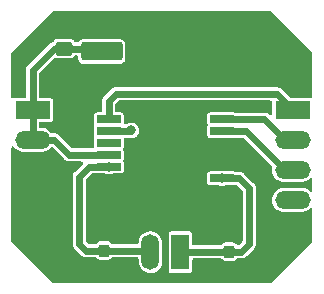
<source format=gtl>
G04 #@! TF.GenerationSoftware,KiCad,Pcbnew,6.0.2-378541a8eb~116~ubuntu20.04.1*
G04 #@! TF.CreationDate,2023-01-27T16:40:07+01:00*
G04 #@! TF.ProjectId,BUCKY_MOTOR_DRIVER,4255434b-595f-44d4-9f54-4f525f445249,rev?*
G04 #@! TF.SameCoordinates,Original*
G04 #@! TF.FileFunction,Copper,L1,Top*
G04 #@! TF.FilePolarity,Positive*
%FSLAX46Y46*%
G04 Gerber Fmt 4.6, Leading zero omitted, Abs format (unit mm)*
G04 Created by KiCad (PCBNEW 6.0.2-378541a8eb~116~ubuntu20.04.1) date 2023-01-27 16:40:07*
%MOMM*%
%LPD*%
G01*
G04 APERTURE LIST*
G04 Aperture macros list*
%AMRoundRect*
0 Rectangle with rounded corners*
0 $1 Rounding radius*
0 $2 $3 $4 $5 $6 $7 $8 $9 X,Y pos of 4 corners*
0 Add a 4 corners polygon primitive as box body*
4,1,4,$2,$3,$4,$5,$6,$7,$8,$9,$2,$3,0*
0 Add four circle primitives for the rounded corners*
1,1,$1+$1,$2,$3*
1,1,$1+$1,$4,$5*
1,1,$1+$1,$6,$7*
1,1,$1+$1,$8,$9*
0 Add four rect primitives between the rounded corners*
20,1,$1+$1,$2,$3,$4,$5,0*
20,1,$1+$1,$4,$5,$6,$7,0*
20,1,$1+$1,$6,$7,$8,$9,0*
20,1,$1+$1,$8,$9,$2,$3,0*%
G04 Aperture macros list end*
G04 #@! TA.AperFunction,SMDPad,CuDef*
%ADD10RoundRect,0.237500X0.237500X-0.300000X0.237500X0.300000X-0.237500X0.300000X-0.237500X-0.300000X0*%
G04 #@! TD*
G04 #@! TA.AperFunction,SMDPad,CuDef*
%ADD11RoundRect,0.250000X-1.500000X-0.550000X1.500000X-0.550000X1.500000X0.550000X-1.500000X0.550000X0*%
G04 #@! TD*
G04 #@! TA.AperFunction,ComponentPad*
%ADD12R,1.500000X3.000000*%
G04 #@! TD*
G04 #@! TA.AperFunction,ComponentPad*
%ADD13O,1.500000X3.000000*%
G04 #@! TD*
G04 #@! TA.AperFunction,SMDPad,CuDef*
%ADD14RoundRect,0.250000X-0.475000X0.337500X-0.475000X-0.337500X0.475000X-0.337500X0.475000X0.337500X0*%
G04 #@! TD*
G04 #@! TA.AperFunction,SMDPad,CuDef*
%ADD15R,2.000000X0.650000*%
G04 #@! TD*
G04 #@! TA.AperFunction,SMDPad,CuDef*
%ADD16R,4.500000X8.100000*%
G04 #@! TD*
G04 #@! TA.AperFunction,ComponentPad*
%ADD17R,3.000000X1.500000*%
G04 #@! TD*
G04 #@! TA.AperFunction,ComponentPad*
%ADD18O,3.000000X1.500000*%
G04 #@! TD*
G04 #@! TA.AperFunction,ViaPad*
%ADD19C,0.800000*%
G04 #@! TD*
G04 #@! TA.AperFunction,Conductor*
%ADD20C,0.610000*%
G04 #@! TD*
G04 APERTURE END LIST*
D10*
X138900000Y-67962500D03*
X138900000Y-66237500D03*
D11*
X128100000Y-51000000D03*
X133500000Y-51000000D03*
D12*
X134775000Y-68000000D03*
D13*
X132235000Y-68000000D03*
D14*
X124900000Y-50762500D03*
X124900000Y-52837500D03*
D10*
X128300000Y-67862500D03*
X128300000Y-66137500D03*
D15*
X128700000Y-56750000D03*
X128700000Y-57750000D03*
X128700000Y-58750000D03*
X128700000Y-59750000D03*
X128700000Y-60750000D03*
X128700000Y-61750000D03*
X138300000Y-61750000D03*
X138300000Y-60750000D03*
X138300000Y-59750000D03*
X138300000Y-58750000D03*
X138300000Y-57750000D03*
X138300000Y-56750000D03*
D16*
X133500000Y-59250000D03*
D17*
X144275000Y-55950000D03*
D18*
X144275000Y-58490000D03*
X144275000Y-61030000D03*
X144275000Y-63570000D03*
D17*
X122250000Y-55950000D03*
D18*
X122250000Y-58490000D03*
X122250000Y-61030000D03*
X122250000Y-63570000D03*
D19*
X142000000Y-48400000D03*
X145000000Y-51400000D03*
X145000000Y-66600000D03*
X141800000Y-69800000D03*
X124400000Y-69800000D03*
X121400000Y-67000000D03*
X121600000Y-50600000D03*
X124200000Y-48400000D03*
X123000000Y-49400000D03*
X143400000Y-49800000D03*
X143400000Y-68200000D03*
X123000000Y-68400000D03*
X130600000Y-57700000D03*
X128700000Y-60750000D03*
X128300000Y-67862500D03*
X133600000Y-64300000D03*
X128300000Y-64300000D03*
X138900000Y-64300000D03*
X138937500Y-67962500D03*
X138300000Y-61750000D03*
D20*
X130550000Y-57750000D02*
X128700000Y-57750000D01*
X130600000Y-57700000D02*
X130550000Y-57750000D01*
X122250000Y-58490000D02*
X124090000Y-58490000D01*
X124090000Y-58490000D02*
X125350000Y-59750000D01*
X127862500Y-50762500D02*
X128100000Y-51000000D01*
X124900000Y-50762500D02*
X127862500Y-50762500D01*
X122250000Y-55950000D02*
X122250000Y-52581250D01*
X124068750Y-50762500D02*
X124900000Y-50762500D01*
X125350000Y-59750000D02*
X128700000Y-59750000D01*
X122250000Y-58490000D02*
X122250000Y-55950000D01*
X122250000Y-52581250D02*
X124068750Y-50762500D01*
X128300000Y-67862500D02*
X132097500Y-67862500D01*
X126200000Y-61600000D02*
X126200000Y-67300000D01*
X126762500Y-67862500D02*
X128300000Y-67862500D01*
X128700000Y-60750000D02*
X127050000Y-60750000D01*
X127050000Y-60750000D02*
X126200000Y-61600000D01*
X126200000Y-67300000D02*
X126762500Y-67862500D01*
X132097500Y-67862500D02*
X132235000Y-68000000D01*
X134812500Y-67962500D02*
X134775000Y-68000000D01*
X139750000Y-61750000D02*
X140600000Y-62600000D01*
X140600000Y-62600000D02*
X140600000Y-67300000D01*
X138300000Y-61750000D02*
X139750000Y-61750000D01*
X140600000Y-67300000D02*
X139937500Y-67962500D01*
X138900000Y-67962500D02*
X134812500Y-67962500D01*
X138937500Y-67962500D02*
X138900000Y-67962500D01*
X139937500Y-67962500D02*
X138937500Y-67962500D01*
X142925000Y-54600000D02*
X129300000Y-54600000D01*
X128700000Y-55200000D02*
X128700000Y-56750000D01*
X129300000Y-54600000D02*
X128700000Y-55200000D01*
X144275000Y-55950000D02*
X142925000Y-54600000D01*
X143625000Y-61030000D02*
X140345000Y-57750000D01*
X144275000Y-61030000D02*
X143625000Y-61030000D01*
X140345000Y-57750000D02*
X138300000Y-57750000D01*
X143625000Y-58490000D02*
X141885000Y-56750000D01*
X144275000Y-58490000D02*
X143625000Y-58490000D01*
X141885000Y-56750000D02*
X138300000Y-56750000D01*
G04 #@! TA.AperFunction,Conductor*
G36*
X142462621Y-55179502D02*
G01*
X142509114Y-55233158D01*
X142520500Y-55285500D01*
X142520501Y-56290059D01*
X142500499Y-56358180D01*
X142446843Y-56404673D01*
X142376569Y-56414777D01*
X142311989Y-56385284D01*
X142305406Y-56379154D01*
X142291389Y-56365137D01*
X142287735Y-56361328D01*
X142266166Y-56337872D01*
X142244992Y-56314845D01*
X142207324Y-56291489D01*
X142197548Y-56284770D01*
X142169087Y-56263167D01*
X142169082Y-56263164D01*
X142162243Y-56257973D01*
X142154259Y-56254812D01*
X142154256Y-56254810D01*
X142147863Y-56252279D01*
X142127853Y-56242215D01*
X142122011Y-56238593D01*
X142122010Y-56238592D01*
X142114709Y-56234066D01*
X142087071Y-56226037D01*
X142072158Y-56221704D01*
X142060928Y-56217859D01*
X142027703Y-56204704D01*
X142027696Y-56204702D01*
X142019714Y-56201542D01*
X142011174Y-56200644D01*
X142011172Y-56200644D01*
X142004329Y-56199925D01*
X141982348Y-56195612D01*
X141973842Y-56193141D01*
X141973843Y-56193141D01*
X141967502Y-56191299D01*
X141960104Y-56190756D01*
X141958929Y-56190669D01*
X141958918Y-56190669D01*
X141956622Y-56190500D01*
X141921258Y-56190500D01*
X141908088Y-56189810D01*
X141875805Y-56186417D01*
X141867261Y-56185519D01*
X141858789Y-56186952D01*
X141858787Y-56186952D01*
X141848247Y-56188735D01*
X141827234Y-56190500D01*
X139430673Y-56190500D01*
X139399494Y-56184298D01*
X139399301Y-56185266D01*
X139331135Y-56171707D01*
X139325067Y-56170500D01*
X138300166Y-56170500D01*
X137274934Y-56170501D01*
X137239182Y-56177612D01*
X137212874Y-56182844D01*
X137212872Y-56182845D01*
X137200699Y-56185266D01*
X137190379Y-56192161D01*
X137190378Y-56192162D01*
X137171608Y-56204704D01*
X137116516Y-56241516D01*
X137109623Y-56251832D01*
X137067519Y-56314845D01*
X137060266Y-56325699D01*
X137045500Y-56399933D01*
X137045501Y-57100066D01*
X137060266Y-57174301D01*
X137067162Y-57184621D01*
X137071911Y-57196087D01*
X137069432Y-57197114D01*
X137085288Y-57247745D01*
X137069133Y-57302765D01*
X137071910Y-57303915D01*
X137067161Y-57315379D01*
X137060266Y-57325699D01*
X137045500Y-57399933D01*
X137045501Y-58100066D01*
X137052612Y-58135818D01*
X137054691Y-58146269D01*
X137060266Y-58174301D01*
X137067161Y-58184621D01*
X137067162Y-58184622D01*
X137106985Y-58244220D01*
X137116516Y-58258484D01*
X137200699Y-58314734D01*
X137274933Y-58329500D01*
X138299834Y-58329500D01*
X139325066Y-58329499D01*
X139399301Y-58314734D01*
X139399494Y-58315702D01*
X139430671Y-58309500D01*
X140061057Y-58309500D01*
X140129178Y-58329502D01*
X140150152Y-58346405D01*
X142507607Y-60703860D01*
X142541633Y-60766172D01*
X142540443Y-60824715D01*
X142527206Y-60875533D01*
X142516525Y-61079323D01*
X142547041Y-61281097D01*
X142617506Y-61472615D01*
X142725041Y-61646051D01*
X142865254Y-61794323D01*
X142870484Y-61797985D01*
X142870485Y-61797986D01*
X142962180Y-61862191D01*
X143032418Y-61911372D01*
X143219703Y-61992418D01*
X143419460Y-62034149D01*
X143424300Y-62034403D01*
X143424303Y-62034403D01*
X143424359Y-62034406D01*
X143426158Y-62034500D01*
X145075997Y-62034500D01*
X145124216Y-62029602D01*
X145221676Y-62019703D01*
X145221678Y-62019703D01*
X145228024Y-62019058D01*
X145422755Y-61958033D01*
X145601238Y-61859098D01*
X145738002Y-61741877D01*
X145802741Y-61712733D01*
X145872960Y-61723215D01*
X145926364Y-61769997D01*
X145946000Y-61837545D01*
X145946000Y-62765321D01*
X145925998Y-62833442D01*
X145872342Y-62879935D01*
X145802068Y-62890039D01*
X145737488Y-62860545D01*
X145728451Y-62851894D01*
X145689131Y-62810314D01*
X145684746Y-62805677D01*
X145627112Y-62765321D01*
X145522815Y-62692292D01*
X145522814Y-62692291D01*
X145517582Y-62688628D01*
X145330297Y-62607582D01*
X145130540Y-62565851D01*
X145125700Y-62565597D01*
X145125697Y-62565597D01*
X145125641Y-62565594D01*
X145123842Y-62565500D01*
X143474003Y-62565500D01*
X143425784Y-62570398D01*
X143328324Y-62580297D01*
X143328322Y-62580297D01*
X143321976Y-62580942D01*
X143127245Y-62641967D01*
X142948762Y-62740902D01*
X142793818Y-62873705D01*
X142668743Y-63034951D01*
X142665928Y-63040672D01*
X142581460Y-63212332D01*
X142581458Y-63212337D01*
X142578645Y-63218054D01*
X142527206Y-63415533D01*
X142516525Y-63619323D01*
X142547041Y-63821097D01*
X142617506Y-64012615D01*
X142725041Y-64186051D01*
X142865254Y-64334323D01*
X142870484Y-64337985D01*
X142870485Y-64337986D01*
X142962180Y-64402191D01*
X143032418Y-64451372D01*
X143219703Y-64532418D01*
X143419460Y-64574149D01*
X143424300Y-64574403D01*
X143424303Y-64574403D01*
X143424359Y-64574406D01*
X143426158Y-64574500D01*
X145075997Y-64574500D01*
X145124216Y-64569602D01*
X145221676Y-64559703D01*
X145221678Y-64559703D01*
X145228024Y-64559058D01*
X145422755Y-64498033D01*
X145601238Y-64399098D01*
X145738002Y-64281877D01*
X145802741Y-64252733D01*
X145872960Y-64263215D01*
X145926364Y-64309997D01*
X145946000Y-64377545D01*
X145946000Y-67042599D01*
X145925998Y-67110720D01*
X145909095Y-67131694D01*
X142431695Y-70609095D01*
X142369383Y-70643121D01*
X142342600Y-70646000D01*
X124057401Y-70646000D01*
X123989280Y-70625998D01*
X123968306Y-70609095D01*
X120490905Y-67131695D01*
X120456879Y-67069383D01*
X120454000Y-67042600D01*
X120454000Y-59151553D01*
X120474002Y-59083432D01*
X120527658Y-59036939D01*
X120597932Y-59026835D01*
X120662512Y-59056329D01*
X120687084Y-59085154D01*
X120700041Y-59106051D01*
X120840254Y-59254323D01*
X120845484Y-59257985D01*
X120845485Y-59257986D01*
X121002185Y-59367708D01*
X121007418Y-59371372D01*
X121194703Y-59452418D01*
X121394460Y-59494149D01*
X121399300Y-59494403D01*
X121399303Y-59494403D01*
X121399359Y-59494406D01*
X121401158Y-59494500D01*
X123050997Y-59494500D01*
X123099216Y-59489602D01*
X123196676Y-59479703D01*
X123196678Y-59479703D01*
X123203024Y-59479058D01*
X123397755Y-59418033D01*
X123576238Y-59319098D01*
X123731182Y-59186295D01*
X123736753Y-59179114D01*
X123758849Y-59150627D01*
X123816404Y-59109060D01*
X123887296Y-59105208D01*
X123947504Y-59138757D01*
X124943611Y-60134863D01*
X124947265Y-60138672D01*
X124990008Y-60185155D01*
X125027676Y-60208511D01*
X125037452Y-60215230D01*
X125065916Y-60236835D01*
X125065919Y-60236837D01*
X125072757Y-60242027D01*
X125080737Y-60245186D01*
X125080743Y-60245190D01*
X125087139Y-60247722D01*
X125107148Y-60257785D01*
X125120291Y-60265934D01*
X125162848Y-60278298D01*
X125174077Y-60282143D01*
X125207297Y-60295296D01*
X125207301Y-60295297D01*
X125215285Y-60298458D01*
X125223828Y-60299356D01*
X125223829Y-60299356D01*
X125226751Y-60299663D01*
X125230664Y-60300074D01*
X125252650Y-60304387D01*
X125267498Y-60308701D01*
X125274075Y-60309184D01*
X125276071Y-60309331D01*
X125276082Y-60309331D01*
X125278378Y-60309500D01*
X125313741Y-60309500D01*
X125326911Y-60310190D01*
X125359194Y-60313583D01*
X125359195Y-60313583D01*
X125367739Y-60314481D01*
X125376211Y-60313048D01*
X125376213Y-60313048D01*
X125386753Y-60311265D01*
X125407766Y-60309500D01*
X126395058Y-60309500D01*
X126463179Y-60329502D01*
X126509672Y-60383158D01*
X126519776Y-60453432D01*
X126490282Y-60518012D01*
X126484153Y-60524595D01*
X125815137Y-61193611D01*
X125811328Y-61197265D01*
X125764845Y-61240008D01*
X125743284Y-61274782D01*
X125741493Y-61277671D01*
X125734770Y-61287452D01*
X125713167Y-61315913D01*
X125713164Y-61315918D01*
X125707973Y-61322757D01*
X125704812Y-61330741D01*
X125704810Y-61330744D01*
X125702279Y-61337137D01*
X125692215Y-61357147D01*
X125689623Y-61361328D01*
X125684066Y-61370291D01*
X125681670Y-61378539D01*
X125671704Y-61412842D01*
X125667859Y-61424072D01*
X125654704Y-61457297D01*
X125654702Y-61457304D01*
X125651542Y-61465286D01*
X125650644Y-61473826D01*
X125650644Y-61473828D01*
X125649925Y-61480671D01*
X125645612Y-61502652D01*
X125641299Y-61517498D01*
X125640500Y-61528378D01*
X125640500Y-61563742D01*
X125639810Y-61576912D01*
X125635519Y-61617739D01*
X125636952Y-61626211D01*
X125636952Y-61626213D01*
X125638735Y-61636753D01*
X125640500Y-61657766D01*
X125640500Y-67284819D01*
X125640389Y-67290096D01*
X125637746Y-67353148D01*
X125640783Y-67366095D01*
X125647867Y-67396299D01*
X125650030Y-67407971D01*
X125654788Y-67442703D01*
X125656044Y-67451875D01*
X125659455Y-67459757D01*
X125659455Y-67459758D01*
X125662186Y-67466069D01*
X125669218Y-67487332D01*
X125670788Y-67494024D01*
X125672751Y-67502392D01*
X125676891Y-67509922D01*
X125676891Y-67509923D01*
X125694101Y-67541229D01*
X125699323Y-67551888D01*
X125716924Y-67592561D01*
X125722331Y-67599237D01*
X125722331Y-67599238D01*
X125726654Y-67604576D01*
X125739153Y-67623175D01*
X125746601Y-67636724D01*
X125753729Y-67644982D01*
X125778732Y-67669985D01*
X125787557Y-67679785D01*
X125813395Y-67711692D01*
X125820397Y-67716668D01*
X125820400Y-67716671D01*
X125829118Y-67722867D01*
X125845223Y-67736476D01*
X126356123Y-68247375D01*
X126359777Y-68251185D01*
X126402508Y-68297655D01*
X126440176Y-68321011D01*
X126449952Y-68327730D01*
X126478416Y-68349335D01*
X126478419Y-68349337D01*
X126485257Y-68354527D01*
X126493237Y-68357686D01*
X126493243Y-68357690D01*
X126499639Y-68360222D01*
X126519648Y-68370285D01*
X126532791Y-68378434D01*
X126575348Y-68390798D01*
X126586577Y-68394643D01*
X126619797Y-68407796D01*
X126619801Y-68407797D01*
X126627785Y-68410958D01*
X126636328Y-68411856D01*
X126636329Y-68411856D01*
X126639251Y-68412163D01*
X126643164Y-68412574D01*
X126665150Y-68416887D01*
X126679998Y-68421201D01*
X126686575Y-68421684D01*
X126688571Y-68421831D01*
X126688582Y-68421831D01*
X126690878Y-68422000D01*
X126726241Y-68422000D01*
X126739411Y-68422690D01*
X126771694Y-68426083D01*
X126771695Y-68426083D01*
X126780239Y-68426981D01*
X126788711Y-68425548D01*
X126788713Y-68425548D01*
X126799253Y-68423765D01*
X126820266Y-68422000D01*
X127579068Y-68422000D01*
X127647189Y-68442002D01*
X127679895Y-68472436D01*
X127705641Y-68506790D01*
X127705645Y-68506794D01*
X127711026Y-68513974D01*
X127823801Y-68598493D01*
X127832202Y-68601643D01*
X127832205Y-68601644D01*
X127865096Y-68613974D01*
X127955764Y-68647964D01*
X128015930Y-68654500D01*
X128584070Y-68654500D01*
X128644236Y-68647964D01*
X128734904Y-68613974D01*
X128767795Y-68601644D01*
X128767798Y-68601643D01*
X128776199Y-68598493D01*
X128888974Y-68513974D01*
X128894355Y-68506794D01*
X128894359Y-68506790D01*
X128920105Y-68472436D01*
X128976964Y-68429920D01*
X129020932Y-68422000D01*
X131104500Y-68422000D01*
X131172621Y-68442002D01*
X131219114Y-68495658D01*
X131230500Y-68548000D01*
X131230500Y-68800997D01*
X131245942Y-68953024D01*
X131306967Y-69147755D01*
X131405902Y-69326238D01*
X131538705Y-69481182D01*
X131699951Y-69606257D01*
X131705673Y-69609072D01*
X131705672Y-69609072D01*
X131877332Y-69693540D01*
X131877337Y-69693542D01*
X131883054Y-69696355D01*
X131889227Y-69697963D01*
X131889230Y-69697964D01*
X131995919Y-69725754D01*
X132080533Y-69747794D01*
X132182428Y-69753135D01*
X132277942Y-69758141D01*
X132277946Y-69758141D01*
X132284323Y-69758475D01*
X132486097Y-69727959D01*
X132677615Y-69657494D01*
X132851051Y-69549959D01*
X132999323Y-69409746D01*
X133116372Y-69242582D01*
X133197418Y-69055297D01*
X133239149Y-68855540D01*
X133239500Y-68848842D01*
X133239500Y-67199003D01*
X133226485Y-67070869D01*
X133224703Y-67053324D01*
X133224703Y-67053322D01*
X133224058Y-67046976D01*
X133163033Y-66852245D01*
X133064098Y-66673762D01*
X132931295Y-66518818D01*
X132874719Y-66474933D01*
X133770500Y-66474933D01*
X133770501Y-69525066D01*
X133785266Y-69599301D01*
X133841516Y-69683484D01*
X133925699Y-69739734D01*
X133999933Y-69754500D01*
X134774874Y-69754500D01*
X135550066Y-69754499D01*
X135591877Y-69746183D01*
X135612126Y-69742156D01*
X135612128Y-69742155D01*
X135624301Y-69739734D01*
X135634621Y-69732839D01*
X135634622Y-69732838D01*
X135698168Y-69690377D01*
X135708484Y-69683484D01*
X135764734Y-69599301D01*
X135779500Y-69525067D01*
X135779500Y-68648000D01*
X135799502Y-68579879D01*
X135853158Y-68533386D01*
X135905500Y-68522000D01*
X138179068Y-68522000D01*
X138247189Y-68542002D01*
X138279895Y-68572436D01*
X138305641Y-68606790D01*
X138305645Y-68606794D01*
X138311026Y-68613974D01*
X138423801Y-68698493D01*
X138432202Y-68701643D01*
X138432205Y-68701644D01*
X138510613Y-68731037D01*
X138555764Y-68747964D01*
X138615930Y-68754500D01*
X139184070Y-68754500D01*
X139244236Y-68747964D01*
X139289387Y-68731037D01*
X139367795Y-68701644D01*
X139367798Y-68701643D01*
X139376199Y-68698493D01*
X139488974Y-68613974D01*
X139494355Y-68606794D01*
X139494359Y-68606790D01*
X139520105Y-68572436D01*
X139576964Y-68529920D01*
X139620932Y-68522000D01*
X139922319Y-68522000D01*
X139927596Y-68522111D01*
X139990648Y-68524754D01*
X140033802Y-68514632D01*
X140045468Y-68512471D01*
X140055676Y-68511072D01*
X140080866Y-68507622D01*
X140080869Y-68507621D01*
X140089375Y-68506456D01*
X140097257Y-68503045D01*
X140097258Y-68503045D01*
X140103569Y-68500314D01*
X140124832Y-68493282D01*
X140131524Y-68491712D01*
X140131526Y-68491711D01*
X140139892Y-68489749D01*
X140147423Y-68485609D01*
X140178729Y-68468399D01*
X140189388Y-68463177D01*
X140222177Y-68448988D01*
X140222178Y-68448987D01*
X140230061Y-68445576D01*
X140242076Y-68435846D01*
X140260677Y-68423346D01*
X140274224Y-68415899D01*
X140282482Y-68408771D01*
X140307485Y-68383768D01*
X140317285Y-68374943D01*
X140335464Y-68360222D01*
X140349192Y-68349105D01*
X140360366Y-68333381D01*
X140373979Y-68317273D01*
X140984863Y-67706389D01*
X140988672Y-67702735D01*
X141013630Y-67679785D01*
X141035155Y-67659992D01*
X141043448Y-67646618D01*
X141058510Y-67622324D01*
X141065234Y-67612540D01*
X141086834Y-67584083D01*
X141092026Y-67577243D01*
X141095189Y-67569254D01*
X141097719Y-67562865D01*
X141107784Y-67542854D01*
X141111405Y-67537014D01*
X141111406Y-67537011D01*
X141115934Y-67529709D01*
X141121683Y-67509923D01*
X141128300Y-67487147D01*
X141132145Y-67475918D01*
X141145296Y-67442703D01*
X141145297Y-67442699D01*
X141148458Y-67434715D01*
X141150074Y-67419336D01*
X141154388Y-67397346D01*
X141154693Y-67396299D01*
X141158701Y-67382502D01*
X141159500Y-67371622D01*
X141159500Y-67336259D01*
X141160190Y-67323089D01*
X141163583Y-67290806D01*
X141163583Y-67290805D01*
X141164481Y-67282261D01*
X141161265Y-67263247D01*
X141159500Y-67242234D01*
X141159500Y-62615182D01*
X141159611Y-62609905D01*
X141161416Y-62566843D01*
X141162254Y-62546852D01*
X141160292Y-62538487D01*
X141152132Y-62503695D01*
X141149969Y-62492023D01*
X141145122Y-62456640D01*
X141143956Y-62448125D01*
X141137818Y-62433941D01*
X141130781Y-62412665D01*
X141129212Y-62405973D01*
X141129211Y-62405970D01*
X141127250Y-62397609D01*
X141123112Y-62390082D01*
X141123110Y-62390077D01*
X141105899Y-62358771D01*
X141100676Y-62348111D01*
X141087280Y-62317155D01*
X141083076Y-62307439D01*
X141073342Y-62295419D01*
X141060844Y-62276820D01*
X141056578Y-62269059D01*
X141056577Y-62269057D01*
X141053399Y-62263277D01*
X141046271Y-62255018D01*
X141021268Y-62230015D01*
X141012443Y-62220215D01*
X140992011Y-62194984D01*
X140986605Y-62188308D01*
X140970881Y-62177134D01*
X140954773Y-62163521D01*
X140156389Y-61365137D01*
X140152735Y-61361328D01*
X140122356Y-61328291D01*
X140109992Y-61314845D01*
X140072324Y-61291489D01*
X140062548Y-61284770D01*
X140034087Y-61263167D01*
X140034082Y-61263164D01*
X140027243Y-61257973D01*
X140019259Y-61254812D01*
X140019256Y-61254810D01*
X140012863Y-61252279D01*
X139992853Y-61242215D01*
X139987011Y-61238593D01*
X139987010Y-61238592D01*
X139979709Y-61234066D01*
X139952071Y-61226037D01*
X139937158Y-61221704D01*
X139925928Y-61217859D01*
X139892703Y-61204704D01*
X139892696Y-61204702D01*
X139884714Y-61201542D01*
X139876174Y-61200644D01*
X139876172Y-61200644D01*
X139869329Y-61199925D01*
X139847348Y-61195612D01*
X139838842Y-61193141D01*
X139838843Y-61193141D01*
X139832502Y-61191299D01*
X139825104Y-61190756D01*
X139823929Y-61190669D01*
X139823918Y-61190669D01*
X139821622Y-61190500D01*
X139786258Y-61190500D01*
X139773088Y-61189810D01*
X139740805Y-61186417D01*
X139732261Y-61185519D01*
X139723789Y-61186952D01*
X139723787Y-61186952D01*
X139713247Y-61188735D01*
X139692234Y-61190500D01*
X139430673Y-61190500D01*
X139399494Y-61184298D01*
X139399301Y-61185266D01*
X139331135Y-61171707D01*
X139325067Y-61170500D01*
X138635596Y-61170500D01*
X138576637Y-61155855D01*
X138536274Y-61134484D01*
X138382633Y-61095892D01*
X138375034Y-61095852D01*
X138375033Y-61095852D01*
X138309181Y-61095507D01*
X138224221Y-61095062D01*
X138216841Y-61096834D01*
X138216839Y-61096834D01*
X138077569Y-61130270D01*
X138070184Y-61132043D01*
X138022865Y-61156466D01*
X137965076Y-61170501D01*
X137274934Y-61170501D01*
X137239182Y-61177612D01*
X137212874Y-61182844D01*
X137212872Y-61182845D01*
X137200699Y-61185266D01*
X137190379Y-61192161D01*
X137190378Y-61192162D01*
X137171608Y-61204704D01*
X137116516Y-61241516D01*
X137109623Y-61251832D01*
X137067519Y-61314845D01*
X137060266Y-61325699D01*
X137045500Y-61399933D01*
X137045501Y-62100066D01*
X137060266Y-62174301D01*
X137116516Y-62258484D01*
X137200699Y-62314734D01*
X137274933Y-62329500D01*
X137963579Y-62329500D01*
X138023701Y-62344769D01*
X138057293Y-62363008D01*
X138210522Y-62403207D01*
X138294477Y-62404526D01*
X138361319Y-62405576D01*
X138361322Y-62405576D01*
X138368916Y-62405695D01*
X138523332Y-62370329D01*
X138567507Y-62348111D01*
X138577801Y-62342934D01*
X138634415Y-62329499D01*
X139325066Y-62329499D01*
X139399301Y-62314734D01*
X139399494Y-62315702D01*
X139430671Y-62309500D01*
X139466057Y-62309500D01*
X139534178Y-62329502D01*
X139555152Y-62346405D01*
X140003595Y-62794848D01*
X140037621Y-62857160D01*
X140040500Y-62883943D01*
X140040500Y-67016058D01*
X140020498Y-67084179D01*
X140003595Y-67105153D01*
X139742653Y-67366095D01*
X139680341Y-67400121D01*
X139653558Y-67403000D01*
X139620932Y-67403000D01*
X139552811Y-67382998D01*
X139520105Y-67352564D01*
X139494359Y-67318210D01*
X139494355Y-67318206D01*
X139488974Y-67311026D01*
X139376199Y-67226507D01*
X139367798Y-67223357D01*
X139367795Y-67223356D01*
X139289387Y-67193963D01*
X139244236Y-67177036D01*
X139184070Y-67170500D01*
X138615930Y-67170500D01*
X138555764Y-67177036D01*
X138510613Y-67193963D01*
X138432205Y-67223356D01*
X138432202Y-67223357D01*
X138423801Y-67226507D01*
X138311026Y-67311026D01*
X138305645Y-67318206D01*
X138305641Y-67318210D01*
X138279895Y-67352564D01*
X138223036Y-67395080D01*
X138179068Y-67403000D01*
X135905499Y-67403000D01*
X135837378Y-67382998D01*
X135790885Y-67329342D01*
X135779499Y-67277000D01*
X135779499Y-66474934D01*
X135764734Y-66400699D01*
X135708484Y-66316516D01*
X135624301Y-66260266D01*
X135550067Y-66245500D01*
X134775126Y-66245500D01*
X133999934Y-66245501D01*
X133967902Y-66251872D01*
X133937874Y-66257844D01*
X133937872Y-66257845D01*
X133925699Y-66260266D01*
X133915379Y-66267161D01*
X133915378Y-66267162D01*
X133863187Y-66302036D01*
X133841516Y-66316516D01*
X133785266Y-66400699D01*
X133770500Y-66474933D01*
X132874719Y-66474933D01*
X132770049Y-66393743D01*
X132661439Y-66340300D01*
X132592668Y-66306460D01*
X132592663Y-66306458D01*
X132586946Y-66303645D01*
X132580773Y-66302037D01*
X132580770Y-66302036D01*
X132446884Y-66267162D01*
X132389467Y-66252206D01*
X132284548Y-66246707D01*
X132192058Y-66241859D01*
X132192054Y-66241859D01*
X132185677Y-66241525D01*
X131983903Y-66272041D01*
X131792385Y-66342506D01*
X131618949Y-66450041D01*
X131470677Y-66590254D01*
X131353628Y-66757418D01*
X131272582Y-66944703D01*
X131230851Y-67144460D01*
X131230500Y-67151158D01*
X131230500Y-67177000D01*
X131210498Y-67245121D01*
X131156842Y-67291614D01*
X131104500Y-67303000D01*
X129020932Y-67303000D01*
X128952811Y-67282998D01*
X128920105Y-67252564D01*
X128894359Y-67218210D01*
X128894355Y-67218206D01*
X128888974Y-67211026D01*
X128776199Y-67126507D01*
X128767798Y-67123357D01*
X128767795Y-67123356D01*
X128689387Y-67093963D01*
X128644236Y-67077036D01*
X128584070Y-67070500D01*
X128015930Y-67070500D01*
X127955764Y-67077036D01*
X127910613Y-67093963D01*
X127832205Y-67123356D01*
X127832202Y-67123357D01*
X127823801Y-67126507D01*
X127711026Y-67211026D01*
X127705645Y-67218206D01*
X127705641Y-67218210D01*
X127679895Y-67252564D01*
X127623036Y-67295080D01*
X127579068Y-67303000D01*
X127046444Y-67303000D01*
X126978323Y-67282998D01*
X126957349Y-67266096D01*
X126796405Y-67105153D01*
X126762380Y-67042841D01*
X126759500Y-67016057D01*
X126759500Y-61883943D01*
X126779502Y-61815822D01*
X126796405Y-61794848D01*
X127244848Y-61346405D01*
X127307160Y-61312379D01*
X127333943Y-61309500D01*
X127569327Y-61309500D01*
X127600506Y-61315702D01*
X127600699Y-61314734D01*
X127674933Y-61329500D01*
X128363579Y-61329500D01*
X128423701Y-61344769D01*
X128457293Y-61363008D01*
X128610522Y-61403207D01*
X128694477Y-61404526D01*
X128761319Y-61405576D01*
X128761322Y-61405576D01*
X128768916Y-61405695D01*
X128923332Y-61370329D01*
X128968541Y-61347591D01*
X128977801Y-61342934D01*
X129034415Y-61329499D01*
X129725066Y-61329499D01*
X129760818Y-61322388D01*
X129787126Y-61317156D01*
X129787128Y-61317155D01*
X129799301Y-61314734D01*
X129809621Y-61307839D01*
X129809622Y-61307838D01*
X129873168Y-61265377D01*
X129883484Y-61258484D01*
X129922612Y-61199925D01*
X129932839Y-61184620D01*
X129939734Y-61174301D01*
X129954500Y-61100067D01*
X129954499Y-60399934D01*
X129944575Y-60350039D01*
X129942156Y-60337874D01*
X129942155Y-60337872D01*
X129939734Y-60325699D01*
X129932838Y-60315379D01*
X129928089Y-60303913D01*
X129930568Y-60302886D01*
X129914712Y-60252255D01*
X129930867Y-60197235D01*
X129928090Y-60196085D01*
X129932839Y-60184621D01*
X129939734Y-60174301D01*
X129954500Y-60100067D01*
X129954499Y-59399934D01*
X129939734Y-59325699D01*
X129932838Y-59315379D01*
X129928089Y-59303913D01*
X129930568Y-59302886D01*
X129914712Y-59252255D01*
X129930867Y-59197235D01*
X129928090Y-59196085D01*
X129932839Y-59184621D01*
X129939734Y-59174301D01*
X129954500Y-59100067D01*
X129954499Y-58435500D01*
X129974501Y-58367379D01*
X130028157Y-58320886D01*
X130080499Y-58309500D01*
X130327667Y-58309500D01*
X130359641Y-58313624D01*
X130510522Y-58353207D01*
X130594477Y-58354526D01*
X130661319Y-58355576D01*
X130661322Y-58355576D01*
X130668916Y-58355695D01*
X130823332Y-58320329D01*
X130894141Y-58284716D01*
X130958072Y-58252563D01*
X130958075Y-58252561D01*
X130964855Y-58249151D01*
X130970626Y-58244222D01*
X130970629Y-58244220D01*
X131079536Y-58151204D01*
X131079536Y-58151203D01*
X131085314Y-58146269D01*
X131177755Y-58017624D01*
X131236842Y-57870641D01*
X131259162Y-57713807D01*
X131259307Y-57700000D01*
X131240276Y-57542733D01*
X131184280Y-57394546D01*
X131145329Y-57337872D01*
X131098855Y-57270251D01*
X131098854Y-57270249D01*
X131094553Y-57263992D01*
X130976275Y-57158611D01*
X130968889Y-57154700D01*
X130842988Y-57088039D01*
X130842989Y-57088039D01*
X130836274Y-57084484D01*
X130682633Y-57045892D01*
X130675034Y-57045852D01*
X130675033Y-57045852D01*
X130609181Y-57045507D01*
X130524221Y-57045062D01*
X130516841Y-57046834D01*
X130516839Y-57046834D01*
X130377563Y-57080271D01*
X130377560Y-57080272D01*
X130370184Y-57082043D01*
X130229414Y-57154700D01*
X130223694Y-57159690D01*
X130217406Y-57163963D01*
X130216635Y-57162828D01*
X130159486Y-57189157D01*
X130141140Y-57190500D01*
X130080500Y-57190500D01*
X130012379Y-57170498D01*
X129965886Y-57116842D01*
X129954500Y-57064500D01*
X129954499Y-56406123D01*
X129954499Y-56399934D01*
X129939734Y-56325699D01*
X129932482Y-56314845D01*
X129890377Y-56251832D01*
X129883484Y-56241516D01*
X129799301Y-56185266D01*
X129725067Y-56170500D01*
X129385500Y-56170500D01*
X129317379Y-56150498D01*
X129270886Y-56096842D01*
X129259500Y-56044500D01*
X129259500Y-55483944D01*
X129279502Y-55415823D01*
X129296404Y-55394849D01*
X129494847Y-55196405D01*
X129557159Y-55162380D01*
X129583943Y-55159500D01*
X142394500Y-55159500D01*
X142462621Y-55179502D01*
G37*
G04 #@! TD.AperFunction*
G04 #@! TA.AperFunction,Conductor*
G36*
X142410721Y-47574002D02*
G01*
X142431695Y-47590905D01*
X145909095Y-51068306D01*
X145943121Y-51130618D01*
X145946000Y-51157401D01*
X145946000Y-54821463D01*
X145925998Y-54889584D01*
X145872342Y-54936077D01*
X145807651Y-54946856D01*
X145806132Y-54946706D01*
X145800067Y-54945500D01*
X145615888Y-54945500D01*
X144113943Y-54945501D01*
X144045822Y-54925499D01*
X144024848Y-54908596D01*
X143331389Y-54215137D01*
X143327735Y-54211328D01*
X143324328Y-54207623D01*
X143284992Y-54164845D01*
X143247324Y-54141489D01*
X143237548Y-54134770D01*
X143209087Y-54113167D01*
X143209082Y-54113164D01*
X143202243Y-54107973D01*
X143194259Y-54104812D01*
X143194256Y-54104810D01*
X143187863Y-54102279D01*
X143167853Y-54092215D01*
X143162011Y-54088593D01*
X143162010Y-54088592D01*
X143154709Y-54084066D01*
X143127071Y-54076037D01*
X143112158Y-54071704D01*
X143100928Y-54067859D01*
X143067703Y-54054704D01*
X143067696Y-54054702D01*
X143059714Y-54051542D01*
X143051174Y-54050644D01*
X143051172Y-54050644D01*
X143044329Y-54049925D01*
X143022348Y-54045612D01*
X143013842Y-54043141D01*
X143013843Y-54043141D01*
X143007502Y-54041299D01*
X143000104Y-54040756D01*
X142998929Y-54040669D01*
X142998918Y-54040669D01*
X142996622Y-54040500D01*
X142961258Y-54040500D01*
X142948088Y-54039810D01*
X142915805Y-54036417D01*
X142907261Y-54035519D01*
X142898789Y-54036952D01*
X142898787Y-54036952D01*
X142888247Y-54038735D01*
X142867234Y-54040500D01*
X129315181Y-54040500D01*
X129309904Y-54040389D01*
X129309252Y-54040362D01*
X129246852Y-54037746D01*
X129203698Y-54047868D01*
X129192032Y-54050029D01*
X129187546Y-54050644D01*
X129156634Y-54054878D01*
X129156631Y-54054879D01*
X129148125Y-54056044D01*
X129140243Y-54059455D01*
X129140242Y-54059455D01*
X129133931Y-54062186D01*
X129112668Y-54069218D01*
X129105976Y-54070788D01*
X129105974Y-54070789D01*
X129097608Y-54072751D01*
X129090078Y-54076891D01*
X129090077Y-54076891D01*
X129058771Y-54094101D01*
X129048112Y-54099323D01*
X129015323Y-54113512D01*
X129015322Y-54113513D01*
X129007439Y-54116924D01*
X129000763Y-54122331D01*
X129000762Y-54122331D01*
X128995424Y-54126654D01*
X128976825Y-54139153D01*
X128963276Y-54146601D01*
X128955018Y-54153729D01*
X128930015Y-54178732D01*
X128920215Y-54187557D01*
X128888308Y-54213395D01*
X128883333Y-54220396D01*
X128883332Y-54220397D01*
X128877134Y-54229119D01*
X128863521Y-54245227D01*
X128315137Y-54793611D01*
X128311328Y-54797265D01*
X128264845Y-54840008D01*
X128245107Y-54871842D01*
X128241493Y-54877671D01*
X128234770Y-54887452D01*
X128213167Y-54915913D01*
X128213164Y-54915918D01*
X128207973Y-54922757D01*
X128204812Y-54930741D01*
X128204810Y-54930744D01*
X128202279Y-54937137D01*
X128192215Y-54957147D01*
X128188593Y-54962989D01*
X128184066Y-54970291D01*
X128181670Y-54978539D01*
X128171704Y-55012842D01*
X128167859Y-55024072D01*
X128154704Y-55057297D01*
X128154702Y-55057304D01*
X128151542Y-55065286D01*
X128150644Y-55073826D01*
X128150644Y-55073828D01*
X128149925Y-55080671D01*
X128145612Y-55102652D01*
X128141299Y-55117498D01*
X128140500Y-55128378D01*
X128140500Y-55163742D01*
X128139810Y-55176912D01*
X128135519Y-55217739D01*
X128136952Y-55226211D01*
X128136952Y-55226213D01*
X128138735Y-55236753D01*
X128140500Y-55257766D01*
X128140500Y-56044501D01*
X128120498Y-56112622D01*
X128066842Y-56159115D01*
X128014500Y-56170501D01*
X127674934Y-56170501D01*
X127639182Y-56177612D01*
X127612874Y-56182844D01*
X127612872Y-56182845D01*
X127600699Y-56185266D01*
X127590379Y-56192161D01*
X127590378Y-56192162D01*
X127571608Y-56204704D01*
X127516516Y-56241516D01*
X127509623Y-56251832D01*
X127467519Y-56314845D01*
X127460266Y-56325699D01*
X127445500Y-56399933D01*
X127445501Y-57100066D01*
X127460266Y-57174301D01*
X127467162Y-57184621D01*
X127471911Y-57196087D01*
X127469432Y-57197114D01*
X127485288Y-57247745D01*
X127469133Y-57302765D01*
X127471910Y-57303915D01*
X127467161Y-57315379D01*
X127460266Y-57325699D01*
X127445500Y-57399933D01*
X127445501Y-58100066D01*
X127452612Y-58135818D01*
X127454691Y-58146269D01*
X127460266Y-58174301D01*
X127467162Y-58184621D01*
X127471911Y-58196087D01*
X127469432Y-58197114D01*
X127485288Y-58247745D01*
X127469133Y-58302765D01*
X127471910Y-58303915D01*
X127467161Y-58315379D01*
X127460266Y-58325699D01*
X127445500Y-58399933D01*
X127445501Y-58747090D01*
X127445501Y-59064500D01*
X127425499Y-59132621D01*
X127371843Y-59179114D01*
X127319501Y-59190500D01*
X125633943Y-59190500D01*
X125565822Y-59170498D01*
X125544848Y-59153595D01*
X124496389Y-58105137D01*
X124492735Y-58101328D01*
X124455805Y-58061167D01*
X124449992Y-58054845D01*
X124412324Y-58031489D01*
X124402548Y-58024770D01*
X124374087Y-58003167D01*
X124374082Y-58003164D01*
X124367243Y-57997973D01*
X124359259Y-57994812D01*
X124359256Y-57994810D01*
X124352863Y-57992279D01*
X124332853Y-57982215D01*
X124327011Y-57978593D01*
X124327010Y-57978592D01*
X124319709Y-57974066D01*
X124292071Y-57966037D01*
X124277158Y-57961704D01*
X124265928Y-57957859D01*
X124232703Y-57944704D01*
X124232696Y-57944702D01*
X124224714Y-57941542D01*
X124216174Y-57940644D01*
X124216172Y-57940644D01*
X124209329Y-57939925D01*
X124187348Y-57935612D01*
X124178842Y-57933141D01*
X124178843Y-57933141D01*
X124172502Y-57931299D01*
X124165104Y-57930756D01*
X124163929Y-57930669D01*
X124163918Y-57930669D01*
X124161622Y-57930500D01*
X124126258Y-57930500D01*
X124113088Y-57929810D01*
X124080805Y-57926417D01*
X124072261Y-57925519D01*
X124063789Y-57926952D01*
X124063787Y-57926952D01*
X124053247Y-57928735D01*
X124032234Y-57930500D01*
X123904695Y-57930500D01*
X123836574Y-57910498D01*
X123804866Y-57881377D01*
X123803319Y-57879368D01*
X123799959Y-57873949D01*
X123724077Y-57793705D01*
X123664131Y-57730314D01*
X123659746Y-57725677D01*
X123648627Y-57717891D01*
X123497815Y-57612292D01*
X123497814Y-57612291D01*
X123492582Y-57608628D01*
X123305297Y-57527582D01*
X123105540Y-57485851D01*
X123100700Y-57485597D01*
X123100697Y-57485597D01*
X123100641Y-57485594D01*
X123098842Y-57485500D01*
X122935500Y-57485500D01*
X122867379Y-57465498D01*
X122820886Y-57411842D01*
X122809500Y-57359500D01*
X122809500Y-57080499D01*
X122829502Y-57012378D01*
X122883158Y-56965885D01*
X122935500Y-56954499D01*
X123775066Y-56954499D01*
X123810818Y-56947388D01*
X123837126Y-56942156D01*
X123837128Y-56942155D01*
X123849301Y-56939734D01*
X123859621Y-56932839D01*
X123859622Y-56932838D01*
X123923168Y-56890377D01*
X123933484Y-56883484D01*
X123989734Y-56799301D01*
X124004500Y-56725067D01*
X124004499Y-55174934D01*
X123997388Y-55139182D01*
X123992156Y-55112874D01*
X123992155Y-55112872D01*
X123989734Y-55100699D01*
X123966072Y-55065286D01*
X123940377Y-55026832D01*
X123933484Y-55016516D01*
X123849301Y-54960266D01*
X123775067Y-54945500D01*
X122935500Y-54945500D01*
X122867379Y-54925498D01*
X122820886Y-54871842D01*
X122809500Y-54819500D01*
X122809500Y-52865193D01*
X122829502Y-52797072D01*
X122846405Y-52776098D01*
X123445759Y-52176744D01*
X124046674Y-51575828D01*
X124108986Y-51541803D01*
X124179801Y-51546867D01*
X124180217Y-51547057D01*
X124180236Y-51547071D01*
X124256946Y-51575828D01*
X124308157Y-51595026D01*
X124308159Y-51595026D01*
X124315552Y-51597798D01*
X124323402Y-51598651D01*
X124323403Y-51598651D01*
X124373847Y-51604131D01*
X124377244Y-51604500D01*
X125422756Y-51604500D01*
X125426153Y-51604131D01*
X125476597Y-51598651D01*
X125476598Y-51598651D01*
X125484448Y-51597798D01*
X125491841Y-51595026D01*
X125491843Y-51595026D01*
X125543054Y-51575828D01*
X125619764Y-51547071D01*
X125626943Y-51541691D01*
X125626946Y-51541689D01*
X125728224Y-51465785D01*
X125735404Y-51460404D01*
X125801333Y-51372435D01*
X125858192Y-51329920D01*
X125902159Y-51322000D01*
X125969500Y-51322000D01*
X126037621Y-51342002D01*
X126084114Y-51395658D01*
X126095500Y-51448000D01*
X126095500Y-51597756D01*
X126102202Y-51659448D01*
X126152929Y-51794764D01*
X126158309Y-51801943D01*
X126158311Y-51801946D01*
X126224287Y-51889977D01*
X126239596Y-51910404D01*
X126246776Y-51915785D01*
X126348054Y-51991689D01*
X126348057Y-51991691D01*
X126355236Y-51997071D01*
X126444954Y-52030704D01*
X126483157Y-52045026D01*
X126483159Y-52045026D01*
X126490552Y-52047798D01*
X126498402Y-52048651D01*
X126498403Y-52048651D01*
X126548847Y-52054131D01*
X126552244Y-52054500D01*
X129647756Y-52054500D01*
X129651153Y-52054131D01*
X129701597Y-52048651D01*
X129701598Y-52048651D01*
X129709448Y-52047798D01*
X129716841Y-52045026D01*
X129716843Y-52045026D01*
X129755046Y-52030704D01*
X129844764Y-51997071D01*
X129851943Y-51991691D01*
X129851946Y-51991689D01*
X129953224Y-51915785D01*
X129960404Y-51910404D01*
X129975713Y-51889977D01*
X130041689Y-51801946D01*
X130041691Y-51801943D01*
X130047071Y-51794764D01*
X130097798Y-51659448D01*
X130104500Y-51597756D01*
X130104500Y-50402244D01*
X130097798Y-50340552D01*
X130087624Y-50313411D01*
X130073603Y-50276012D01*
X130047071Y-50205236D01*
X130041691Y-50198057D01*
X130041689Y-50198054D01*
X129965785Y-50096776D01*
X129965784Y-50096775D01*
X129960404Y-50089596D01*
X129936627Y-50071776D01*
X129851946Y-50008311D01*
X129851943Y-50008309D01*
X129844764Y-50002929D01*
X129755046Y-49969296D01*
X129716843Y-49954974D01*
X129716841Y-49954974D01*
X129709448Y-49952202D01*
X129701598Y-49951349D01*
X129701597Y-49951349D01*
X129651153Y-49945869D01*
X129651152Y-49945869D01*
X129647756Y-49945500D01*
X126552244Y-49945500D01*
X126548848Y-49945869D01*
X126548847Y-49945869D01*
X126498403Y-49951349D01*
X126498402Y-49951349D01*
X126490552Y-49952202D01*
X126483159Y-49954974D01*
X126483157Y-49954974D01*
X126444954Y-49969296D01*
X126355236Y-50002929D01*
X126348057Y-50008309D01*
X126348054Y-50008311D01*
X126263373Y-50071776D01*
X126239596Y-50089596D01*
X126192404Y-50152565D01*
X126135546Y-50195080D01*
X126091578Y-50203000D01*
X125902159Y-50203000D01*
X125834038Y-50182998D01*
X125801333Y-50152565D01*
X125740785Y-50071776D01*
X125735404Y-50064596D01*
X125648919Y-49999779D01*
X125626946Y-49983311D01*
X125626943Y-49983309D01*
X125619764Y-49977929D01*
X125530046Y-49944296D01*
X125491843Y-49929974D01*
X125491841Y-49929974D01*
X125484448Y-49927202D01*
X125476598Y-49926349D01*
X125476597Y-49926349D01*
X125426153Y-49920869D01*
X125426152Y-49920869D01*
X125422756Y-49920500D01*
X124377244Y-49920500D01*
X124373848Y-49920869D01*
X124373847Y-49920869D01*
X124323403Y-49926349D01*
X124323402Y-49926349D01*
X124315552Y-49927202D01*
X124308159Y-49929974D01*
X124308157Y-49929974D01*
X124269954Y-49944296D01*
X124180236Y-49977929D01*
X124173057Y-49983309D01*
X124173054Y-49983311D01*
X124151081Y-49999779D01*
X124064596Y-50064596D01*
X124049893Y-50084215D01*
X123982318Y-50174380D01*
X123925459Y-50216895D01*
X123922944Y-50217713D01*
X123916875Y-50218544D01*
X123908988Y-50221957D01*
X123902681Y-50224686D01*
X123881418Y-50231718D01*
X123874722Y-50233289D01*
X123874720Y-50233290D01*
X123866358Y-50235251D01*
X123858836Y-50239387D01*
X123858832Y-50239388D01*
X123827528Y-50256599D01*
X123816862Y-50261824D01*
X123784073Y-50276012D01*
X123784071Y-50276013D01*
X123776189Y-50279424D01*
X123769514Y-50284830D01*
X123769513Y-50284830D01*
X123764170Y-50289157D01*
X123745574Y-50301654D01*
X123732027Y-50309101D01*
X123723768Y-50316229D01*
X123698765Y-50341232D01*
X123688965Y-50350057D01*
X123657058Y-50375895D01*
X123652084Y-50382894D01*
X123645885Y-50391617D01*
X123632274Y-50407723D01*
X121865137Y-52174861D01*
X121861328Y-52178515D01*
X121814845Y-52221258D01*
X121791493Y-52258921D01*
X121784770Y-52268702D01*
X121763167Y-52297163D01*
X121763164Y-52297168D01*
X121757973Y-52304007D01*
X121754812Y-52311991D01*
X121754810Y-52311994D01*
X121752279Y-52318387D01*
X121742215Y-52338397D01*
X121734066Y-52351541D01*
X121731670Y-52359789D01*
X121721704Y-52394092D01*
X121717859Y-52405322D01*
X121704704Y-52438547D01*
X121704702Y-52438554D01*
X121701542Y-52446536D01*
X121700644Y-52455076D01*
X121700644Y-52455078D01*
X121699925Y-52461921D01*
X121695612Y-52483902D01*
X121691299Y-52498748D01*
X121690500Y-52509628D01*
X121690500Y-52544992D01*
X121689810Y-52558162D01*
X121685519Y-52598989D01*
X121686952Y-52607461D01*
X121686952Y-52607463D01*
X121688735Y-52618003D01*
X121690500Y-52639016D01*
X121690500Y-54819501D01*
X121670498Y-54887622D01*
X121616842Y-54934115D01*
X121564500Y-54945501D01*
X120724934Y-54945501D01*
X120689182Y-54952612D01*
X120662874Y-54957844D01*
X120662872Y-54957845D01*
X120650699Y-54960266D01*
X120640379Y-54967162D01*
X120628913Y-54971911D01*
X120627234Y-54967858D01*
X120582284Y-54981946D01*
X120513812Y-54963182D01*
X120466354Y-54910378D01*
X120454000Y-54855967D01*
X120454000Y-51157400D01*
X120474002Y-51089279D01*
X120490905Y-51068305D01*
X123968306Y-47590905D01*
X124030618Y-47556879D01*
X124057401Y-47554000D01*
X142342600Y-47554000D01*
X142410721Y-47574002D01*
G37*
G04 #@! TD.AperFunction*
M02*

</source>
